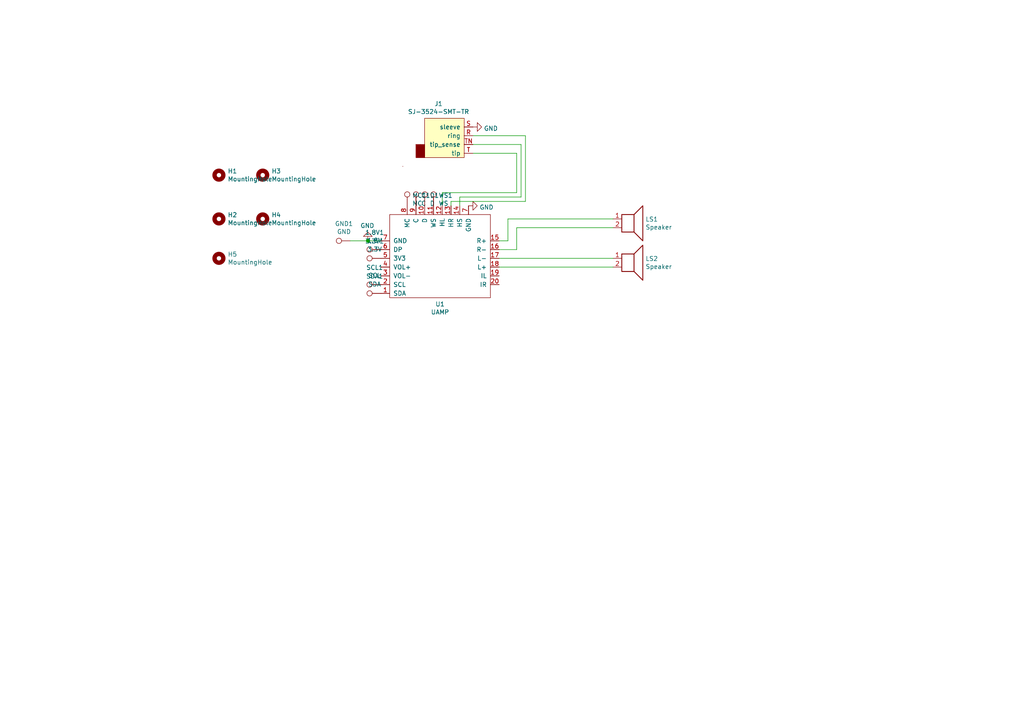
<source format=kicad_sch>
(kicad_sch (version 20211123) (generator eeschema)

  (uuid b30811e0-41e6-4d58-a3ee-1b32dc5653c9)

  (paper "A4")

  (lib_symbols
    (symbol "4LAYER_SYMBOLS:SJ-3524-SMT-TR" (pin_names (offset 1.016)) (in_bom yes) (on_board yes)
      (property "Reference" "J" (id 0) (at 5.08 -1.27 0)
        (effects (font (size 1.27 1.27)))
      )
      (property "Value" "SJ-3524-SMT-TR" (id 1) (at 0 -2.54 0)
        (effects (font (size 1.27 1.27)))
      )
      (property "Footprint" "" (id 2) (at 0 0 0)
        (effects (font (size 1.27 1.27)) hide)
      )
      (property "Datasheet" "" (id 3) (at 0 0 0)
        (effects (font (size 1.27 1.27)) hide)
      )
      (symbol "SJ-3524-SMT-TR_1_1"
        (rectangle (start -6.35 -2.54) (end -6.35 -2.54)
          (stroke (width 0) (type default) (color 0 0 0 0))
          (fill (type none))
        )
        (rectangle (start -6.35 -2.54) (end -6.35 -2.54)
          (stroke (width 0) (type default) (color 0 0 0 0))
          (fill (type none))
        )
        (rectangle (start -2.54 3.81) (end -2.54 3.81)
          (stroke (width 0) (type default) (color 0 0 0 0))
          (fill (type outline))
        )
        (rectangle (start -1.27 3.81) (end -1.27 3.81)
          (stroke (width 0) (type default) (color 0 0 0 0))
          (fill (type none))
        )
        (rectangle (start 0 0) (end -2.54 3.81)
          (stroke (width 0) (type default) (color 0 0 0 0))
          (fill (type outline))
        )
        (rectangle (start 0 0) (end 11.43 11.43)
          (stroke (width 0) (type default) (color 0 0 0 0))
          (fill (type background))
        )
        (rectangle (start 7.62 11.43) (end 7.62 11.43)
          (stroke (width 0) (type default) (color 0 0 0 0))
          (fill (type none))
        )
        (rectangle (start 11.43 10.16) (end 11.43 10.16)
          (stroke (width 0) (type default) (color 0 0 0 0))
          (fill (type none))
        )
        (pin passive line (at 13.97 6.35 180) (length 2.54)
          (name "ring" (effects (font (size 1.27 1.27))))
          (number "R" (effects (font (size 1.27 1.27))))
        )
        (pin passive line (at 13.97 8.89 180) (length 2.54)
          (name "sleeve" (effects (font (size 1.27 1.27))))
          (number "S" (effects (font (size 1.27 1.27))))
        )
        (pin passive line (at 13.97 1.27 180) (length 2.54)
          (name "tip" (effects (font (size 1.27 1.27))))
          (number "T" (effects (font (size 1.27 1.27))))
        )
        (pin passive line (at 13.97 3.81 180) (length 2.54)
          (name "tip_sense" (effects (font (size 1.27 1.27))))
          (number "TN" (effects (font (size 1.27 1.27))))
        )
      )
    )
    (symbol "4LAYER_SYMBOLS:UAMP" (pin_names (offset 1.016)) (in_bom yes) (on_board yes)
      (property "Reference" "U" (id 0) (at 5.08 -11.43 0)
        (effects (font (size 1.27 1.27)))
      )
      (property "Value" "UAMP" (id 1) (at 0 -11.43 0)
        (effects (font (size 1.27 1.27)))
      )
      (property "Footprint" "" (id 2) (at 19.05 -30.48 0)
        (effects (font (size 1.27 1.27)) hide)
      )
      (property "Datasheet" "" (id 3) (at 19.05 -30.48 0)
        (effects (font (size 1.27 1.27)) hide)
      )
      (symbol "UAMP_0_1"
        (rectangle (start -13.97 13.97) (end 15.24 -10.16)
          (stroke (width 0) (type default) (color 0 0 0 0))
          (fill (type none))
        )
      )
      (symbol "UAMP_1_1"
        (pin input line (at -16.51 -8.89 0) (length 2.54)
          (name "SDA" (effects (font (size 1.27 1.27))))
          (number "1" (effects (font (size 1.27 1.27))))
        )
        (pin input line (at -3.81 16.51 270) (length 2.54)
          (name "D" (effects (font (size 1.27 1.27))))
          (number "10" (effects (font (size 1.27 1.27))))
        )
        (pin input line (at -1.27 16.51 270) (length 2.54)
          (name "WS" (effects (font (size 1.27 1.27))))
          (number "11" (effects (font (size 1.27 1.27))))
        )
        (pin input line (at 1.27 16.51 270) (length 2.54)
          (name "HL" (effects (font (size 1.27 1.27))))
          (number "12" (effects (font (size 1.27 1.27))))
        )
        (pin input line (at 3.81 16.51 270) (length 2.54)
          (name "HR" (effects (font (size 1.27 1.27))))
          (number "13" (effects (font (size 1.27 1.27))))
        )
        (pin input line (at 6.35 16.51 270) (length 2.54)
          (name "HS" (effects (font (size 1.27 1.27))))
          (number "14" (effects (font (size 1.27 1.27))))
        )
        (pin input line (at 17.78 6.35 180) (length 2.54)
          (name "R+" (effects (font (size 1.27 1.27))))
          (number "15" (effects (font (size 1.27 1.27))))
        )
        (pin input line (at 17.78 3.81 180) (length 2.54)
          (name "R-" (effects (font (size 1.27 1.27))))
          (number "16" (effects (font (size 1.27 1.27))))
        )
        (pin input line (at 17.78 1.27 180) (length 2.54)
          (name "L-" (effects (font (size 1.27 1.27))))
          (number "17" (effects (font (size 1.27 1.27))))
        )
        (pin input line (at 17.78 -1.27 180) (length 2.54)
          (name "L+" (effects (font (size 1.27 1.27))))
          (number "18" (effects (font (size 1.27 1.27))))
        )
        (pin input line (at 17.78 -3.81 180) (length 2.54)
          (name "IL" (effects (font (size 1.27 1.27))))
          (number "19" (effects (font (size 1.27 1.27))))
        )
        (pin input line (at -16.51 -6.35 0) (length 2.54)
          (name "SCL" (effects (font (size 1.27 1.27))))
          (number "2" (effects (font (size 1.27 1.27))))
        )
        (pin input line (at 17.78 -6.35 180) (length 2.54)
          (name "IR" (effects (font (size 1.27 1.27))))
          (number "20" (effects (font (size 1.27 1.27))))
        )
        (pin input line (at -16.51 -3.81 0) (length 2.54)
          (name "VOL-" (effects (font (size 1.27 1.27))))
          (number "3" (effects (font (size 1.27 1.27))))
        )
        (pin input line (at -16.51 -1.27 0) (length 2.54)
          (name "VOL+" (effects (font (size 1.27 1.27))))
          (number "4" (effects (font (size 1.27 1.27))))
        )
        (pin input line (at -16.51 1.27 0) (length 2.54)
          (name "3V3" (effects (font (size 1.27 1.27))))
          (number "5" (effects (font (size 1.27 1.27))))
        )
        (pin input line (at -16.51 3.81 0) (length 2.54)
          (name "DP" (effects (font (size 1.27 1.27))))
          (number "6" (effects (font (size 1.27 1.27))))
        )
        (pin input line (at -16.51 6.35 0) (length 2.54)
          (name "GND" (effects (font (size 1.27 1.27))))
          (number "7" (effects (font (size 1.27 1.27))))
        )
        (pin input line (at 8.89 16.51 270) (length 2.54)
          (name "GND" (effects (font (size 1.27 1.27))))
          (number "7" (effects (font (size 1.27 1.27))))
        )
        (pin input line (at -8.89 16.51 270) (length 2.54)
          (name "MC" (effects (font (size 1.27 1.27))))
          (number "8" (effects (font (size 1.27 1.27))))
        )
        (pin input line (at -6.35 16.51 270) (length 2.54)
          (name "C" (effects (font (size 1.27 1.27))))
          (number "9" (effects (font (size 1.27 1.27))))
        )
      )
    )
    (symbol "Connector:TestPoint" (pin_numbers hide) (pin_names (offset 0.762) hide) (in_bom yes) (on_board yes)
      (property "Reference" "TP" (id 0) (at 0 6.858 0)
        (effects (font (size 1.27 1.27)))
      )
      (property "Value" "TestPoint" (id 1) (at 0 5.08 0)
        (effects (font (size 1.27 1.27)))
      )
      (property "Footprint" "" (id 2) (at 5.08 0 0)
        (effects (font (size 1.27 1.27)) hide)
      )
      (property "Datasheet" "~" (id 3) (at 5.08 0 0)
        (effects (font (size 1.27 1.27)) hide)
      )
      (property "ki_keywords" "test point tp" (id 4) (at 0 0 0)
        (effects (font (size 1.27 1.27)) hide)
      )
      (property "ki_description" "test point" (id 5) (at 0 0 0)
        (effects (font (size 1.27 1.27)) hide)
      )
      (property "ki_fp_filters" "Pin* Test*" (id 6) (at 0 0 0)
        (effects (font (size 1.27 1.27)) hide)
      )
      (symbol "TestPoint_0_1"
        (circle (center 0 3.302) (radius 0.762)
          (stroke (width 0) (type default) (color 0 0 0 0))
          (fill (type none))
        )
      )
      (symbol "TestPoint_1_1"
        (pin passive line (at 0 0 90) (length 2.54)
          (name "1" (effects (font (size 1.27 1.27))))
          (number "1" (effects (font (size 1.27 1.27))))
        )
      )
    )
    (symbol "Device:Speaker" (pin_names (offset 0) hide) (in_bom yes) (on_board yes)
      (property "Reference" "LS" (id 0) (at 1.27 5.715 0)
        (effects (font (size 1.27 1.27)) (justify right))
      )
      (property "Value" "Speaker" (id 1) (at 1.27 3.81 0)
        (effects (font (size 1.27 1.27)) (justify right))
      )
      (property "Footprint" "" (id 2) (at 0 -5.08 0)
        (effects (font (size 1.27 1.27)) hide)
      )
      (property "Datasheet" "~" (id 3) (at -0.254 -1.27 0)
        (effects (font (size 1.27 1.27)) hide)
      )
      (property "ki_keywords" "speaker sound" (id 4) (at 0 0 0)
        (effects (font (size 1.27 1.27)) hide)
      )
      (property "ki_description" "Speaker" (id 5) (at 0 0 0)
        (effects (font (size 1.27 1.27)) hide)
      )
      (symbol "Speaker_0_0"
        (rectangle (start -2.54 1.27) (end 1.016 -3.81)
          (stroke (width 0.254) (type default) (color 0 0 0 0))
          (fill (type none))
        )
        (polyline
          (pts
            (xy 1.016 1.27)
            (xy 3.556 3.81)
            (xy 3.556 -6.35)
            (xy 1.016 -3.81)
          )
          (stroke (width 0.254) (type default) (color 0 0 0 0))
          (fill (type none))
        )
      )
      (symbol "Speaker_1_1"
        (pin input line (at -5.08 0 0) (length 2.54)
          (name "1" (effects (font (size 1.27 1.27))))
          (number "1" (effects (font (size 1.27 1.27))))
        )
        (pin input line (at -5.08 -2.54 0) (length 2.54)
          (name "2" (effects (font (size 1.27 1.27))))
          (number "2" (effects (font (size 1.27 1.27))))
        )
      )
    )
    (symbol "Mechanical:MountingHole" (pin_names (offset 1.016)) (in_bom yes) (on_board yes)
      (property "Reference" "H" (id 0) (at 0 5.08 0)
        (effects (font (size 1.27 1.27)))
      )
      (property "Value" "MountingHole" (id 1) (at 0 3.175 0)
        (effects (font (size 1.27 1.27)))
      )
      (property "Footprint" "" (id 2) (at 0 0 0)
        (effects (font (size 1.27 1.27)) hide)
      )
      (property "Datasheet" "~" (id 3) (at 0 0 0)
        (effects (font (size 1.27 1.27)) hide)
      )
      (property "ki_keywords" "mounting hole" (id 4) (at 0 0 0)
        (effects (font (size 1.27 1.27)) hide)
      )
      (property "ki_description" "Mounting Hole without connection" (id 5) (at 0 0 0)
        (effects (font (size 1.27 1.27)) hide)
      )
      (property "ki_fp_filters" "MountingHole*" (id 6) (at 0 0 0)
        (effects (font (size 1.27 1.27)) hide)
      )
      (symbol "MountingHole_0_1"
        (circle (center 0 0) (radius 1.27)
          (stroke (width 1.27) (type default) (color 0 0 0 0))
          (fill (type none))
        )
      )
    )
    (symbol "power:GND" (power) (pin_names (offset 0)) (in_bom yes) (on_board yes)
      (property "Reference" "#PWR" (id 0) (at 0 -6.35 0)
        (effects (font (size 1.27 1.27)) hide)
      )
      (property "Value" "GND" (id 1) (at 0 -3.81 0)
        (effects (font (size 1.27 1.27)))
      )
      (property "Footprint" "" (id 2) (at 0 0 0)
        (effects (font (size 1.27 1.27)) hide)
      )
      (property "Datasheet" "" (id 3) (at 0 0 0)
        (effects (font (size 1.27 1.27)) hide)
      )
      (property "ki_keywords" "power-flag" (id 4) (at 0 0 0)
        (effects (font (size 1.27 1.27)) hide)
      )
      (property "ki_description" "Power symbol creates a global label with name \"GND\" , ground" (id 5) (at 0 0 0)
        (effects (font (size 1.27 1.27)) hide)
      )
      (symbol "GND_0_1"
        (polyline
          (pts
            (xy 0 0)
            (xy 0 -1.27)
            (xy 1.27 -1.27)
            (xy 0 -2.54)
            (xy -1.27 -1.27)
            (xy 0 -1.27)
          )
          (stroke (width 0) (type default) (color 0 0 0 0))
          (fill (type none))
        )
      )
      (symbol "GND_1_1"
        (pin power_in line (at 0 0 270) (length 0) hide
          (name "GND" (effects (font (size 1.27 1.27))))
          (number "1" (effects (font (size 1.27 1.27))))
        )
      )
    )
  )

  (junction (at 106.68 69.85) (diameter 0) (color 0 0 0 0)
    (uuid cf0a44fc-3d20-4c86-8449-2732985f1869)
  )

  (wire (pts (xy 149.86 66.04) (xy 177.8 66.04))
    (stroke (width 0) (type default) (color 0 0 0 0))
    (uuid 04231c9c-0cbb-4cec-8583-721cb741425d)
  )
  (wire (pts (xy 137.16 39.37) (xy 152.4 39.37))
    (stroke (width 0) (type default) (color 0 0 0 0))
    (uuid 1e717d96-1e2f-4ba0-9adf-0eb467f8e324)
  )
  (wire (pts (xy 149.86 44.45) (xy 149.86 55.88))
    (stroke (width 0) (type default) (color 0 0 0 0))
    (uuid 1f8c6b4b-e76e-49af-9563-29a981b0fa82)
  )
  (wire (pts (xy 133.35 57.15) (xy 151.13 57.15))
    (stroke (width 0) (type default) (color 0 0 0 0))
    (uuid 25079380-252f-4120-962d-88e68e45c9bb)
  )
  (wire (pts (xy 151.13 41.91) (xy 137.16 41.91))
    (stroke (width 0) (type default) (color 0 0 0 0))
    (uuid 26894f43-b656-4c37-975e-94f361b461ab)
  )
  (wire (pts (xy 149.86 72.39) (xy 149.86 66.04))
    (stroke (width 0) (type default) (color 0 0 0 0))
    (uuid 2c6399a0-7066-4935-a09d-cb35c091fd38)
  )
  (wire (pts (xy 149.86 55.88) (xy 128.27 55.88))
    (stroke (width 0) (type default) (color 0 0 0 0))
    (uuid 3f409c9f-a12d-4f9e-85cd-ad0e8358d0f2)
  )
  (wire (pts (xy 144.78 69.85) (xy 147.32 69.85))
    (stroke (width 0) (type default) (color 0 0 0 0))
    (uuid 47455a13-2c36-447b-825a-3024c70fe073)
  )
  (wire (pts (xy 144.78 72.39) (xy 149.86 72.39))
    (stroke (width 0) (type default) (color 0 0 0 0))
    (uuid 4a0e1011-ca1f-4118-9f52-63ce4ee99a93)
  )
  (wire (pts (xy 147.32 69.85) (xy 147.32 63.5))
    (stroke (width 0) (type default) (color 0 0 0 0))
    (uuid 521d0f99-9014-43ea-a8a1-f9c1ebb3c951)
  )
  (wire (pts (xy 137.16 44.45) (xy 149.86 44.45))
    (stroke (width 0) (type default) (color 0 0 0 0))
    (uuid 53f632dc-2f87-4864-be04-1de98b0741af)
  )
  (wire (pts (xy 106.68 69.85) (xy 101.6 69.85))
    (stroke (width 0) (type default) (color 0 0 0 0))
    (uuid 585067e7-3372-4638-b542-239737127031)
  )
  (wire (pts (xy 152.4 58.42) (xy 130.81 58.42))
    (stroke (width 0) (type default) (color 0 0 0 0))
    (uuid 5bfdfc12-0bf1-45f0-b98b-6ca3e7013786)
  )
  (wire (pts (xy 147.32 63.5) (xy 177.8 63.5))
    (stroke (width 0) (type default) (color 0 0 0 0))
    (uuid 76600483-8ef6-4643-99a7-74dab2a7bd6e)
  )
  (wire (pts (xy 152.4 39.37) (xy 152.4 58.42))
    (stroke (width 0) (type default) (color 0 0 0 0))
    (uuid 81218313-e5ef-4c39-a1e8-fa5344e6d741)
  )
  (wire (pts (xy 133.35 59.69) (xy 133.35 57.15))
    (stroke (width 0) (type default) (color 0 0 0 0))
    (uuid 8f3158fa-a45c-482e-965f-ccb22598df41)
  )
  (wire (pts (xy 130.81 58.42) (xy 130.81 59.69))
    (stroke (width 0) (type default) (color 0 0 0 0))
    (uuid a06771cb-2caa-46c7-9479-b29c6275ad9d)
  )
  (wire (pts (xy 144.78 74.93) (xy 177.8 74.93))
    (stroke (width 0) (type default) (color 0 0 0 0))
    (uuid c9c5ac34-0f78-4a69-b1d2-bab4661227bd)
  )
  (wire (pts (xy 177.8 77.47) (xy 144.78 77.47))
    (stroke (width 0) (type default) (color 0 0 0 0))
    (uuid d19918ad-f9bd-4c43-8e0d-e78758182e8b)
  )
  (wire (pts (xy 128.27 55.88) (xy 128.27 59.69))
    (stroke (width 0) (type default) (color 0 0 0 0))
    (uuid d58947dc-eeca-4229-b855-abb943b1792a)
  )
  (wire (pts (xy 110.49 69.85) (xy 106.68 69.85))
    (stroke (width 0) (type default) (color 0 0 0 0))
    (uuid ea51ef27-dc03-4e25-a30f-ddba8e4cc9b1)
  )
  (wire (pts (xy 151.13 57.15) (xy 151.13 41.91))
    (stroke (width 0) (type default) (color 0 0 0 0))
    (uuid f641be76-7038-419c-bc3b-e12ab8073884)
  )

  (symbol (lib_id "4LAYER_SYMBOLS:UAMP") (at 127 76.2 0) (unit 1)
    (in_bom yes) (on_board yes)
    (uuid 00000000-0000-0000-0000-0000618aebb5)
    (property "Reference" "U1" (id 0) (at 127.635 88.2142 0))
    (property "Value" "UAMP" (id 1) (at 127.635 90.5256 0))
    (property "Footprint" "4LAYER_FOOTPRINTS:UAMP2" (id 2) (at 146.05 106.68 0)
      (effects (font (size 1.27 1.27)) hide)
    )
    (property "Datasheet" "" (id 3) (at 146.05 106.68 0)
      (effects (font (size 1.27 1.27)) hide)
    )
    (pin "1" (uuid 759fe779-5fd3-460a-b30e-8e27c5fb82c7))
    (pin "10" (uuid 9a4974cc-0ad9-4b9a-b5dd-0984314fc75f))
    (pin "11" (uuid 259b8cd7-1ad5-4a4f-bc0b-373b7b5c95b8))
    (pin "12" (uuid be1121ac-7d9d-40b1-8f50-dd806de2f1a8))
    (pin "13" (uuid 4487ba75-2040-4371-b5fa-7101e90cd8d8))
    (pin "14" (uuid d71a6427-ba90-4a2d-9306-877fbe9222f8))
    (pin "15" (uuid b8095ead-d11b-4999-bc7c-b0eff348d11f))
    (pin "16" (uuid f2ab6b32-c23c-4763-9de7-bad1d138a33a))
    (pin "17" (uuid 813b8006-db88-464f-b279-dbfb9e77428e))
    (pin "18" (uuid 62ed4255-0556-4999-bdad-b572eafba02b))
    (pin "19" (uuid 72816537-c65c-4020-9ee7-0c999757b129))
    (pin "2" (uuid 632868d0-1d06-4268-996f-5c429ed724c2))
    (pin "20" (uuid 7a1496d8-c5c4-470b-9435-12f71eb3a9ce))
    (pin "3" (uuid 1156d8b5-12fd-4112-8c0d-ff3b45a24637))
    (pin "4" (uuid 93ea0261-c357-401c-81d2-ed01e6ef00b2))
    (pin "5" (uuid 1a6666a7-2d3d-49a7-9298-f3ee8cdb0b1f))
    (pin "6" (uuid acbc64a0-dd84-40ce-8f3d-b3f183c4352c))
    (pin "7" (uuid 0ed68f19-b472-4562-ae6c-b014d123d5d3))
    (pin "7" (uuid 0ed68f19-b472-4562-ae6c-b014d123d5d3))
    (pin "8" (uuid c5b8b39f-ce56-46f4-91b4-450cc82f22e5))
    (pin "9" (uuid 51f25cfa-fe13-446f-bdfd-9de89a518493))
  )

  (symbol (lib_id "Device:Speaker") (at 182.88 63.5 0) (unit 1)
    (in_bom yes) (on_board yes)
    (uuid 00000000-0000-0000-0000-0000618b1027)
    (property "Reference" "LS1" (id 0) (at 187.198 63.6016 0)
      (effects (font (size 1.27 1.27)) (justify left))
    )
    (property "Value" "Speaker" (id 1) (at 187.198 65.913 0)
      (effects (font (size 1.27 1.27)) (justify left))
    )
    (property "Footprint" "4LAYER_FOOTPRINTS:SP-1511S-3" (id 2) (at 182.88 68.58 0)
      (effects (font (size 1.27 1.27)) hide)
    )
    (property "Datasheet" "~" (id 3) (at 182.626 64.77 0)
      (effects (font (size 1.27 1.27)) hide)
    )
    (pin "1" (uuid d78e0241-2bbd-46ef-9d45-d30ddeb312a6))
    (pin "2" (uuid e178d955-deac-425b-8ee2-a07521f7464c))
  )

  (symbol (lib_id "Device:Speaker") (at 182.88 74.93 0) (unit 1)
    (in_bom yes) (on_board yes)
    (uuid 00000000-0000-0000-0000-0000618b1896)
    (property "Reference" "LS2" (id 0) (at 187.198 75.0316 0)
      (effects (font (size 1.27 1.27)) (justify left))
    )
    (property "Value" "Speaker" (id 1) (at 187.198 77.343 0)
      (effects (font (size 1.27 1.27)) (justify left))
    )
    (property "Footprint" "4LAYER_FOOTPRINTS:SP-1511S-3" (id 2) (at 182.88 80.01 0)
      (effects (font (size 1.27 1.27)) hide)
    )
    (property "Datasheet" "~" (id 3) (at 182.626 76.2 0)
      (effects (font (size 1.27 1.27)) hide)
    )
    (pin "1" (uuid 731f5ee2-54e1-492c-ba34-590530d60007))
    (pin "2" (uuid cf371161-27b3-40fc-9275-f407d9752e4a))
  )

  (symbol (lib_id "power:GND") (at 106.68 69.85 180) (unit 1)
    (in_bom yes) (on_board yes)
    (uuid 00000000-0000-0000-0000-0000618be095)
    (property "Reference" "#PWR01" (id 0) (at 106.68 63.5 0)
      (effects (font (size 1.27 1.27)) hide)
    )
    (property "Value" "GND" (id 1) (at 106.553 65.4558 0))
    (property "Footprint" "" (id 2) (at 106.68 69.85 0)
      (effects (font (size 1.27 1.27)) hide)
    )
    (property "Datasheet" "" (id 3) (at 106.68 69.85 0)
      (effects (font (size 1.27 1.27)) hide)
    )
    (pin "1" (uuid e58331b7-c644-4c2b-a3d8-ebbd95863a49))
  )

  (symbol (lib_id "Connector:TestPoint") (at 101.6 69.85 90) (unit 1)
    (in_bom yes) (on_board yes)
    (uuid 00000000-0000-0000-0000-0000618be3d6)
    (property "Reference" "GND1" (id 0) (at 99.7712 64.897 90))
    (property "Value" "GND" (id 1) (at 99.7712 67.2084 90))
    (property "Footprint" "TestPoint:TestPoint_Pad_D1.5mm" (id 2) (at 101.6 64.77 0)
      (effects (font (size 1.27 1.27)) hide)
    )
    (property "Datasheet" "~" (id 3) (at 101.6 64.77 0)
      (effects (font (size 1.27 1.27)) hide)
    )
    (pin "1" (uuid c81f88c9-9532-4750-b0c4-567e3f96cc1b))
  )

  (symbol (lib_id "Connector:TestPoint") (at 110.49 72.39 90) (unit 1)
    (in_bom yes) (on_board yes)
    (uuid 00000000-0000-0000-0000-0000618beb22)
    (property "Reference" "1.8V1" (id 0) (at 108.6612 67.437 90))
    (property "Value" "1.8V" (id 1) (at 108.6612 69.7484 90))
    (property "Footprint" "TestPoint:TestPoint_Pad_D1.5mm" (id 2) (at 110.49 67.31 0)
      (effects (font (size 1.27 1.27)) hide)
    )
    (property "Datasheet" "~" (id 3) (at 110.49 67.31 0)
      (effects (font (size 1.27 1.27)) hide)
    )
    (pin "1" (uuid 38701ce7-44dc-4588-aa76-05a6ee5c9a84))
  )

  (symbol (lib_id "Connector:TestPoint") (at 110.49 74.93 90) (unit 1)
    (in_bom yes) (on_board yes)
    (uuid 00000000-0000-0000-0000-0000618bee01)
    (property "Reference" "3.3V1" (id 0) (at 108.6612 69.977 90))
    (property "Value" "3.3V" (id 1) (at 108.6612 72.2884 90))
    (property "Footprint" "TestPoint:TestPoint_Pad_D1.5mm" (id 2) (at 110.49 69.85 0)
      (effects (font (size 1.27 1.27)) hide)
    )
    (property "Datasheet" "~" (id 3) (at 110.49 69.85 0)
      (effects (font (size 1.27 1.27)) hide)
    )
    (pin "1" (uuid 41492f2e-721d-443c-9ff4-db4a795d66e9))
  )

  (symbol (lib_id "Connector:TestPoint") (at 110.49 82.55 90) (unit 1)
    (in_bom yes) (on_board yes)
    (uuid 00000000-0000-0000-0000-0000618bf1a9)
    (property "Reference" "SCL1" (id 0) (at 108.6612 77.597 90))
    (property "Value" "SCL" (id 1) (at 108.6612 79.9084 90))
    (property "Footprint" "TestPoint:TestPoint_Pad_D1.5mm" (id 2) (at 110.49 77.47 0)
      (effects (font (size 1.27 1.27)) hide)
    )
    (property "Datasheet" "~" (id 3) (at 110.49 77.47 0)
      (effects (font (size 1.27 1.27)) hide)
    )
    (pin "1" (uuid bb78b1f9-16ef-45f1-bfa3-097c031de8d7))
  )

  (symbol (lib_id "Connector:TestPoint") (at 110.49 85.09 90) (unit 1)
    (in_bom yes) (on_board yes)
    (uuid 00000000-0000-0000-0000-0000618c068a)
    (property "Reference" "SDA1" (id 0) (at 108.6612 80.137 90))
    (property "Value" "SDA" (id 1) (at 108.6612 82.4484 90))
    (property "Footprint" "TestPoint:TestPoint_Pad_D1.5mm" (id 2) (at 110.49 80.01 0)
      (effects (font (size 1.27 1.27)) hide)
    )
    (property "Datasheet" "~" (id 3) (at 110.49 80.01 0)
      (effects (font (size 1.27 1.27)) hide)
    )
    (pin "1" (uuid d120002a-cf27-4130-b0ef-4f24f16579d3))
  )

  (symbol (lib_id "Connector:TestPoint") (at 118.11 59.69 0) (unit 1)
    (in_bom yes) (on_board yes)
    (uuid 00000000-0000-0000-0000-0000618c0c5c)
    (property "Reference" "MC1" (id 0) (at 119.5832 56.6928 0)
      (effects (font (size 1.27 1.27)) (justify left))
    )
    (property "Value" "MC" (id 1) (at 119.5832 59.0042 0)
      (effects (font (size 1.27 1.27)) (justify left))
    )
    (property "Footprint" "TestPoint:TestPoint_Pad_D1.5mm" (id 2) (at 123.19 59.69 0)
      (effects (font (size 1.27 1.27)) hide)
    )
    (property "Datasheet" "~" (id 3) (at 123.19 59.69 0)
      (effects (font (size 1.27 1.27)) hide)
    )
    (pin "1" (uuid 196a5d5d-1dfc-4d50-8599-d2d6c4f8e886))
  )

  (symbol (lib_id "Connector:TestPoint") (at 120.65 59.69 0) (unit 1)
    (in_bom yes) (on_board yes)
    (uuid 00000000-0000-0000-0000-0000618c0f21)
    (property "Reference" "C1" (id 0) (at 122.1232 56.6928 0)
      (effects (font (size 1.27 1.27)) (justify left))
    )
    (property "Value" "C" (id 1) (at 122.1232 59.0042 0)
      (effects (font (size 1.27 1.27)) (justify left))
    )
    (property "Footprint" "TestPoint:TestPoint_Pad_D1.5mm" (id 2) (at 125.73 59.69 0)
      (effects (font (size 1.27 1.27)) hide)
    )
    (property "Datasheet" "~" (id 3) (at 125.73 59.69 0)
      (effects (font (size 1.27 1.27)) hide)
    )
    (pin "1" (uuid cef2f4bf-a7d9-4bc8-aebc-f97c9b5c5624))
  )

  (symbol (lib_id "Connector:TestPoint") (at 123.19 59.69 0) (unit 1)
    (in_bom yes) (on_board yes)
    (uuid 00000000-0000-0000-0000-0000618c1177)
    (property "Reference" "D1" (id 0) (at 124.6632 56.6928 0)
      (effects (font (size 1.27 1.27)) (justify left))
    )
    (property "Value" "D" (id 1) (at 124.6632 59.0042 0)
      (effects (font (size 1.27 1.27)) (justify left))
    )
    (property "Footprint" "TestPoint:TestPoint_Pad_D1.5mm" (id 2) (at 128.27 59.69 0)
      (effects (font (size 1.27 1.27)) hide)
    )
    (property "Datasheet" "~" (id 3) (at 128.27 59.69 0)
      (effects (font (size 1.27 1.27)) hide)
    )
    (pin "1" (uuid b953ece3-8022-4573-9305-d65e749d88fe))
  )

  (symbol (lib_id "Connector:TestPoint") (at 125.73 59.69 0) (unit 1)
    (in_bom yes) (on_board yes)
    (uuid 00000000-0000-0000-0000-0000618c1399)
    (property "Reference" "WS1" (id 0) (at 127.2032 56.6928 0)
      (effects (font (size 1.27 1.27)) (justify left))
    )
    (property "Value" "WS" (id 1) (at 127.2032 59.0042 0)
      (effects (font (size 1.27 1.27)) (justify left))
    )
    (property "Footprint" "TestPoint:TestPoint_Pad_D1.5mm" (id 2) (at 130.81 59.69 0)
      (effects (font (size 1.27 1.27)) hide)
    )
    (property "Datasheet" "~" (id 3) (at 130.81 59.69 0)
      (effects (font (size 1.27 1.27)) hide)
    )
    (pin "1" (uuid 2f2239a3-cf70-486c-8e7f-2acd1c5238fe))
  )

  (symbol (lib_id "4LAYER_SYMBOLS:SJ-3524-SMT-TR") (at 123.19 45.72 0) (unit 1)
    (in_bom yes) (on_board yes)
    (uuid 00000000-0000-0000-0000-000061a73a00)
    (property "Reference" "J1" (id 0) (at 127.2032 30.099 0))
    (property "Value" "SJ-3524-SMT-TR" (id 1) (at 127.2032 32.4104 0))
    (property "Footprint" "4LAYER_FOOTPRINTS:Jack_3.5mm_CUI_SJ-3524-SMT_Horizontal" (id 2) (at 123.19 45.72 0)
      (effects (font (size 1.27 1.27)) hide)
    )
    (property "Datasheet" "" (id 3) (at 123.19 45.72 0)
      (effects (font (size 1.27 1.27)) hide)
    )
    (pin "R" (uuid ec520f0c-abba-41d5-b663-d2ae05707cf8))
    (pin "S" (uuid 8e4cff9d-8b39-4376-a0ab-d88d516cc922))
    (pin "T" (uuid caed8d5c-0892-431c-8141-39f21f02fb16))
    (pin "TN" (uuid 0bd02d57-60eb-4d71-80fc-42160ae3ebd7))
  )

  (symbol (lib_id "Mechanical:MountingHole") (at 63.5 50.8 0) (unit 1)
    (in_bom yes) (on_board yes)
    (uuid 00000000-0000-0000-0000-000062a539ec)
    (property "Reference" "H1" (id 0) (at 66.04 49.6316 0)
      (effects (font (size 1.27 1.27)) (justify left))
    )
    (property "Value" "MountingHole" (id 1) (at 66.04 51.943 0)
      (effects (font (size 1.27 1.27)) (justify left))
    )
    (property "Footprint" "MountingHole:MountingHole_2.2mm_M2" (id 2) (at 63.5 50.8 0)
      (effects (font (size 1.27 1.27)) hide)
    )
    (property "Datasheet" "~" (id 3) (at 63.5 50.8 0)
      (effects (font (size 1.27 1.27)) hide)
    )
  )

  (symbol (lib_id "Mechanical:MountingHole") (at 76.2 50.8 0) (unit 1)
    (in_bom yes) (on_board yes)
    (uuid 00000000-0000-0000-0000-000062a5405b)
    (property "Reference" "H3" (id 0) (at 78.74 49.6316 0)
      (effects (font (size 1.27 1.27)) (justify left))
    )
    (property "Value" "MountingHole" (id 1) (at 78.74 51.943 0)
      (effects (font (size 1.27 1.27)) (justify left))
    )
    (property "Footprint" "MountingHole:MountingHole_2.2mm_M2" (id 2) (at 76.2 50.8 0)
      (effects (font (size 1.27 1.27)) hide)
    )
    (property "Datasheet" "~" (id 3) (at 76.2 50.8 0)
      (effects (font (size 1.27 1.27)) hide)
    )
  )

  (symbol (lib_id "Mechanical:MountingHole") (at 76.2 63.5 0) (unit 1)
    (in_bom yes) (on_board yes)
    (uuid 00000000-0000-0000-0000-000062a54353)
    (property "Reference" "H4" (id 0) (at 78.74 62.3316 0)
      (effects (font (size 1.27 1.27)) (justify left))
    )
    (property "Value" "MountingHole" (id 1) (at 78.74 64.643 0)
      (effects (font (size 1.27 1.27)) (justify left))
    )
    (property "Footprint" "MountingHole:MountingHole_2.2mm_M2" (id 2) (at 76.2 63.5 0)
      (effects (font (size 1.27 1.27)) hide)
    )
    (property "Datasheet" "~" (id 3) (at 76.2 63.5 0)
      (effects (font (size 1.27 1.27)) hide)
    )
  )

  (symbol (lib_id "Mechanical:MountingHole") (at 63.5 63.5 0) (unit 1)
    (in_bom yes) (on_board yes)
    (uuid 00000000-0000-0000-0000-000062a546fa)
    (property "Reference" "H2" (id 0) (at 66.04 62.3316 0)
      (effects (font (size 1.27 1.27)) (justify left))
    )
    (property "Value" "MountingHole" (id 1) (at 66.04 64.643 0)
      (effects (font (size 1.27 1.27)) (justify left))
    )
    (property "Footprint" "MountingHole:MountingHole_2.2mm_M2" (id 2) (at 63.5 63.5 0)
      (effects (font (size 1.27 1.27)) hide)
    )
    (property "Datasheet" "~" (id 3) (at 63.5 63.5 0)
      (effects (font (size 1.27 1.27)) hide)
    )
  )

  (symbol (lib_id "Mechanical:MountingHole") (at 63.5 74.93 0) (unit 1)
    (in_bom yes) (on_board yes)
    (uuid 029c84de-d591-4304-a2ae-09f75958a470)
    (property "Reference" "H5" (id 0) (at 66.04 73.7616 0)
      (effects (font (size 1.27 1.27)) (justify left))
    )
    (property "Value" "MountingHole" (id 1) (at 66.04 76.073 0)
      (effects (font (size 1.27 1.27)) (justify left))
    )
    (property "Footprint" "MountingHole:MountingHole_2.2mm_M2" (id 2) (at 63.5 74.93 0)
      (effects (font (size 1.27 1.27)) hide)
    )
    (property "Datasheet" "~" (id 3) (at 63.5 74.93 0)
      (effects (font (size 1.27 1.27)) hide)
    )
  )

  (symbol (lib_id "power:GND") (at 137.16 36.83 90) (unit 1)
    (in_bom yes) (on_board yes) (fields_autoplaced)
    (uuid 400b7617-b735-4109-9d8f-123e58f2f9b3)
    (property "Reference" "#PWR?" (id 0) (at 143.51 36.83 0)
      (effects (font (size 1.27 1.27)) hide)
    )
    (property "Value" "GND" (id 1) (at 140.335 37.2638 90)
      (effects (font (size 1.27 1.27)) (justify right))
    )
    (property "Footprint" "" (id 2) (at 137.16 36.83 0)
      (effects (font (size 1.27 1.27)) hide)
    )
    (property "Datasheet" "" (id 3) (at 137.16 36.83 0)
      (effects (font (size 1.27 1.27)) hide)
    )
    (pin "1" (uuid eba6414e-c7a7-47ef-910c-7d9268aca64b))
  )

  (symbol (lib_id "power:GND") (at 135.89 59.69 90) (unit 1)
    (in_bom yes) (on_board yes) (fields_autoplaced)
    (uuid 6ee00079-c57f-4684-b4a1-06c0ad375466)
    (property "Reference" "#PWR?" (id 0) (at 142.24 59.69 0)
      (effects (font (size 1.27 1.27)) hide)
    )
    (property "Value" "GND" (id 1) (at 139.065 60.1238 90)
      (effects (font (size 1.27 1.27)) (justify right))
    )
    (property "Footprint" "" (id 2) (at 135.89 59.69 0)
      (effects (font (size 1.27 1.27)) hide)
    )
    (property "Datasheet" "" (id 3) (at 135.89 59.69 0)
      (effects (font (size 1.27 1.27)) hide)
    )
    (pin "1" (uuid a64e1bd1-68ba-461a-b6f6-543747b5324b))
  )

  (sheet_instances
    (path "/" (page "1"))
  )

  (symbol_instances
    (path "/00000000-0000-0000-0000-0000618be095"
      (reference "#PWR01") (unit 1) (value "GND") (footprint "")
    )
    (path "/400b7617-b735-4109-9d8f-123e58f2f9b3"
      (reference "#PWR?") (unit 1) (value "GND") (footprint "")
    )
    (path "/6ee00079-c57f-4684-b4a1-06c0ad375466"
      (reference "#PWR?") (unit 1) (value "GND") (footprint "")
    )
    (path "/00000000-0000-0000-0000-0000618beb22"
      (reference "1.8V1") (unit 1) (value "1.8V") (footprint "TestPoint:TestPoint_Pad_D1.5mm")
    )
    (path "/00000000-0000-0000-0000-0000618bee01"
      (reference "3.3V1") (unit 1) (value "3.3V") (footprint "TestPoint:TestPoint_Pad_D1.5mm")
    )
    (path "/00000000-0000-0000-0000-0000618c0f21"
      (reference "C1") (unit 1) (value "C") (footprint "TestPoint:TestPoint_Pad_D1.5mm")
    )
    (path "/00000000-0000-0000-0000-0000618c1177"
      (reference "D1") (unit 1) (value "D") (footprint "TestPoint:TestPoint_Pad_D1.5mm")
    )
    (path "/00000000-0000-0000-0000-0000618be3d6"
      (reference "GND1") (unit 1) (value "GND") (footprint "TestPoint:TestPoint_Pad_D1.5mm")
    )
    (path "/00000000-0000-0000-0000-000062a539ec"
      (reference "H1") (unit 1) (value "MountingHole") (footprint "MountingHole:MountingHole_2.2mm_M2")
    )
    (path "/00000000-0000-0000-0000-000062a546fa"
      (reference "H2") (unit 1) (value "MountingHole") (footprint "MountingHole:MountingHole_2.2mm_M2")
    )
    (path "/00000000-0000-0000-0000-000062a5405b"
      (reference "H3") (unit 1) (value "MountingHole") (footprint "MountingHole:MountingHole_2.2mm_M2")
    )
    (path "/00000000-0000-0000-0000-000062a54353"
      (reference "H4") (unit 1) (value "MountingHole") (footprint "MountingHole:MountingHole_2.2mm_M2")
    )
    (path "/029c84de-d591-4304-a2ae-09f75958a470"
      (reference "H5") (unit 1) (value "MountingHole") (footprint "MountingHole:MountingHole_2.2mm_M2")
    )
    (path "/00000000-0000-0000-0000-000061a73a00"
      (reference "J1") (unit 1) (value "SJ-3524-SMT-TR") (footprint "4LAYER_FOOTPRINTS:Jack_3.5mm_CUI_SJ-3524-SMT_Horizontal")
    )
    (path "/00000000-0000-0000-0000-0000618b1027"
      (reference "LS1") (unit 1) (value "Speaker") (footprint "4LAYER_FOOTPRINTS:SP-1511S-3")
    )
    (path "/00000000-0000-0000-0000-0000618b1896"
      (reference "LS2") (unit 1) (value "Speaker") (footprint "4LAYER_FOOTPRINTS:SP-1511S-3")
    )
    (path "/00000000-0000-0000-0000-0000618c0c5c"
      (reference "MC1") (unit 1) (value "MC") (footprint "TestPoint:TestPoint_Pad_D1.5mm")
    )
    (path "/00000000-0000-0000-0000-0000618bf1a9"
      (reference "SCL1") (unit 1) (value "SCL") (footprint "TestPoint:TestPoint_Pad_D1.5mm")
    )
    (path "/00000000-0000-0000-0000-0000618c068a"
      (reference "SDA1") (unit 1) (value "SDA") (footprint "TestPoint:TestPoint_Pad_D1.5mm")
    )
    (path "/00000000-0000-0000-0000-0000618aebb5"
      (reference "U1") (unit 1) (value "UAMP") (footprint "4LAYER_FOOTPRINTS:UAMP2")
    )
    (path "/00000000-0000-0000-0000-0000618c1399"
      (reference "WS1") (unit 1) (value "WS") (footprint "TestPoint:TestPoint_Pad_D1.5mm")
    )
  )
)

</source>
